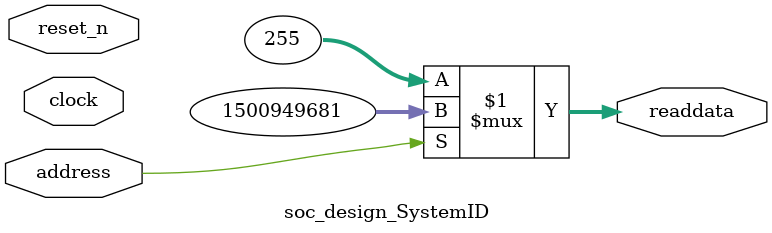
<source format=v>
module soc_design_SystemID (
                address,
                clock,
                reset_n,
                readdata
             )
;
  output  [ 31: 0] readdata;
  input            address;
  input            clock;
  input            reset_n;
  wire    [ 31: 0] readdata;
  assign readdata = address ? 1500949681 : 255;
endmodule
</source>
